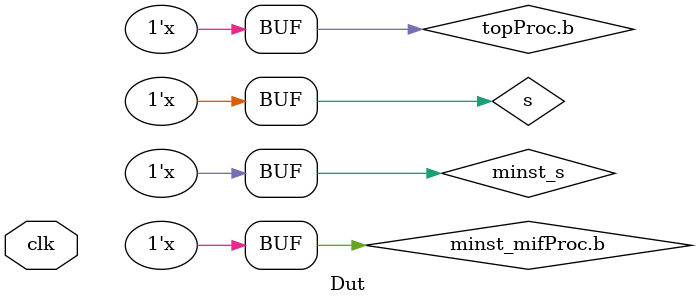
<source format=sv>

module Dut // "dut"
(
    input logic clk
);

// Variables generated for SystemC signals
logic s;
logic minst_s;

//------------------------------------------------------------------------------
// Method process: minst_mifProc (test_mif_simple2.cpp:22:5) 

always_comb 
begin : minst_mifProc     // test_mif_simple2.cpp:22:5
    logic b;
    b = minst_s;
    minst_s = !b;
end

//------------------------------------------------------------------------------
// Method process: topProc (test_mif_simple2.cpp:45:5) 

always_comb 
begin : topProc     // test_mif_simple2.cpp:45:5
    logic b;
    b = minst_s;
    s = !b;
end

endmodule



</source>
